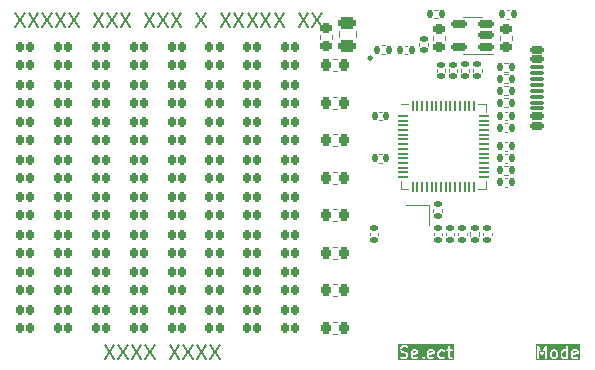
<source format=gto>
G04 #@! TF.GenerationSoftware,KiCad,Pcbnew,8.0.1*
G04 #@! TF.CreationDate,2024-05-08T20:32:46+02:00*
G04 #@! TF.ProjectId,TGL_Board,54474c5f-426f-4617-9264-2e6b69636164,rev?*
G04 #@! TF.SameCoordinates,Original*
G04 #@! TF.FileFunction,Legend,Top*
G04 #@! TF.FilePolarity,Positive*
%FSLAX46Y46*%
G04 Gerber Fmt 4.6, Leading zero omitted, Abs format (unit mm)*
G04 Created by KiCad (PCBNEW 8.0.1) date 2024-05-08 20:32:46*
%MOMM*%
%LPD*%
G01*
G04 APERTURE LIST*
G04 Aperture macros list*
%AMRoundRect*
0 Rectangle with rounded corners*
0 $1 Rounding radius*
0 $2 $3 $4 $5 $6 $7 $8 $9 X,Y pos of 4 corners*
0 Add a 4 corners polygon primitive as box body*
4,1,4,$2,$3,$4,$5,$6,$7,$8,$9,$2,$3,0*
0 Add four circle primitives for the rounded corners*
1,1,$1+$1,$2,$3*
1,1,$1+$1,$4,$5*
1,1,$1+$1,$6,$7*
1,1,$1+$1,$8,$9*
0 Add four rect primitives between the rounded corners*
20,1,$1+$1,$2,$3,$4,$5,0*
20,1,$1+$1,$4,$5,$6,$7,0*
20,1,$1+$1,$6,$7,$8,$9,0*
20,1,$1+$1,$8,$9,$2,$3,0*%
G04 Aperture macros list end*
%ADD10C,0.153000*%
%ADD11C,0.200000*%
%ADD12C,0.120000*%
%ADD13C,0.250000*%
%ADD14RoundRect,0.162500X-0.162500X0.237500X-0.162500X-0.237500X0.162500X-0.237500X0.162500X0.237500X0*%
%ADD15RoundRect,0.250000X-0.475000X0.250000X-0.475000X-0.250000X0.475000X-0.250000X0.475000X0.250000X0*%
%ADD16RoundRect,0.140000X0.170000X-0.140000X0.170000X0.140000X-0.170000X0.140000X-0.170000X-0.140000X0*%
%ADD17R,1.000000X0.700000*%
%ADD18RoundRect,0.140000X0.140000X0.170000X-0.140000X0.170000X-0.140000X-0.170000X0.140000X-0.170000X0*%
%ADD19RoundRect,0.140000X-0.170000X0.140000X-0.170000X-0.140000X0.170000X-0.140000X0.170000X0.140000X0*%
%ADD20RoundRect,0.225000X0.225000X0.250000X-0.225000X0.250000X-0.225000X-0.250000X0.225000X-0.250000X0*%
%ADD21RoundRect,0.135000X0.185000X-0.135000X0.185000X0.135000X-0.185000X0.135000X-0.185000X-0.135000X0*%
%ADD22RoundRect,0.135000X0.135000X0.185000X-0.135000X0.185000X-0.135000X-0.185000X0.135000X-0.185000X0*%
%ADD23RoundRect,0.135000X-0.135000X-0.185000X0.135000X-0.185000X0.135000X0.185000X-0.135000X0.185000X0*%
%ADD24RoundRect,0.140000X-0.140000X-0.170000X0.140000X-0.170000X0.140000X0.170000X-0.140000X0.170000X0*%
%ADD25RoundRect,0.150000X0.512500X0.150000X-0.512500X0.150000X-0.512500X-0.150000X0.512500X-0.150000X0*%
%ADD26R,1.400000X1.200000*%
%ADD27R,0.800000X0.300000*%
%ADD28R,0.250000X1.650000*%
%ADD29C,0.650000*%
%ADD30RoundRect,0.150000X0.425000X-0.150000X0.425000X0.150000X-0.425000X0.150000X-0.425000X-0.150000X0*%
%ADD31RoundRect,0.075000X0.500000X-0.075000X0.500000X0.075000X-0.500000X0.075000X-0.500000X-0.075000X0*%
%ADD32O,2.100000X1.000000*%
%ADD33O,1.800000X1.000000*%
%ADD34RoundRect,0.050000X-0.387500X-0.050000X0.387500X-0.050000X0.387500X0.050000X-0.387500X0.050000X0*%
%ADD35RoundRect,0.050000X-0.050000X-0.387500X0.050000X-0.387500X0.050000X0.387500X-0.050000X0.387500X0*%
%ADD36R,3.200000X3.200000*%
%ADD37RoundRect,0.225000X-0.250000X0.225000X-0.250000X-0.225000X0.250000X-0.225000X0.250000X0.225000X0*%
%ADD38C,0.990600*%
G04 APERTURE END LIST*
D10*
G36*
X160996998Y-48226806D02*
G01*
X161025638Y-48282393D01*
X161025858Y-48298875D01*
X160701184Y-48364802D01*
X160700893Y-48286573D01*
X160729143Y-48228320D01*
X160784534Y-48199781D01*
X160938992Y-48198676D01*
X160996998Y-48226806D01*
G37*
G36*
X162377951Y-48226806D02*
G01*
X162406591Y-48282393D01*
X162406811Y-48298875D01*
X162082137Y-48364802D01*
X162081846Y-48286573D01*
X162110096Y-48228320D01*
X162165487Y-48199781D01*
X162319945Y-48198676D01*
X162377951Y-48226806D01*
G37*
G36*
X164192827Y-48977674D02*
G01*
X159485741Y-48977674D01*
X159485741Y-47980539D01*
X159596852Y-47980539D01*
X159597974Y-48064645D01*
X159597453Y-48066209D01*
X159598120Y-48075601D01*
X159598322Y-48090701D01*
X159599374Y-48093241D01*
X159599569Y-48095983D01*
X159604928Y-48109989D01*
X159653656Y-48204566D01*
X159657364Y-48213516D01*
X159659793Y-48216476D01*
X159660536Y-48217918D01*
X159662062Y-48219242D01*
X159666877Y-48225109D01*
X159715976Y-48272484D01*
X159721687Y-48279069D01*
X159724890Y-48281085D01*
X159726088Y-48282241D01*
X159727953Y-48283013D01*
X159734378Y-48287058D01*
X159825548Y-48331271D01*
X159831152Y-48335423D01*
X159842389Y-48339438D01*
X159843622Y-48340036D01*
X159844171Y-48340075D01*
X159845274Y-48340469D01*
X160022513Y-48383470D01*
X160102230Y-48422128D01*
X160133227Y-48452038D01*
X160168495Y-48520488D01*
X160169288Y-48579947D01*
X160136522Y-48647514D01*
X160106613Y-48678510D01*
X160038402Y-48713655D01*
X159832251Y-48714853D01*
X159682920Y-48666545D01*
X159653146Y-48668661D01*
X159626449Y-48682010D01*
X159606892Y-48704559D01*
X159597453Y-48732876D01*
X159599569Y-48762650D01*
X159612918Y-48789347D01*
X159635467Y-48808904D01*
X159649161Y-48815018D01*
X159791769Y-48861151D01*
X159801285Y-48865093D01*
X159805122Y-48865470D01*
X159806640Y-48865962D01*
X159808654Y-48865818D01*
X159816209Y-48866563D01*
X160042593Y-48865247D01*
X160044736Y-48865962D01*
X160055871Y-48865170D01*
X160069228Y-48865093D01*
X160071768Y-48864040D01*
X160074510Y-48863846D01*
X160088516Y-48858487D01*
X160183089Y-48809760D01*
X160192044Y-48806051D01*
X160195004Y-48803621D01*
X160196445Y-48802879D01*
X160197769Y-48801352D01*
X160203636Y-48796537D01*
X160251006Y-48747441D01*
X160257596Y-48741727D01*
X160259614Y-48738520D01*
X160260768Y-48737325D01*
X160261539Y-48735462D01*
X160265585Y-48729036D01*
X160307152Y-48643321D01*
X160308387Y-48642087D01*
X160312111Y-48633095D01*
X160318563Y-48619792D01*
X160318757Y-48617050D01*
X160319810Y-48614510D01*
X160321280Y-48599586D01*
X160320157Y-48515479D01*
X160320679Y-48513916D01*
X160320011Y-48504523D01*
X160319810Y-48489424D01*
X160318757Y-48486883D01*
X160318563Y-48484142D01*
X160313204Y-48470136D01*
X160306338Y-48456809D01*
X160549233Y-48456809D01*
X160549953Y-48460413D01*
X160550603Y-48635328D01*
X160549834Y-48637637D01*
X160550654Y-48649188D01*
X160550703Y-48662129D01*
X160551755Y-48664669D01*
X160551950Y-48667411D01*
X160557309Y-48681417D01*
X160604364Y-48772746D01*
X160606892Y-48780329D01*
X160610289Y-48784246D01*
X160612917Y-48789346D01*
X160620161Y-48795629D01*
X160626449Y-48802879D01*
X160634003Y-48807634D01*
X160635467Y-48808904D01*
X160636642Y-48809295D01*
X160639140Y-48810868D01*
X160724854Y-48852435D01*
X160726089Y-48853670D01*
X160735080Y-48857394D01*
X160748384Y-48863846D01*
X160751125Y-48864040D01*
X160753666Y-48865093D01*
X160768590Y-48866563D01*
X160947460Y-48865282D01*
X160949498Y-48865962D01*
X160960352Y-48865190D01*
X160973990Y-48865093D01*
X160976530Y-48864040D01*
X160979272Y-48863846D01*
X160993278Y-48858487D01*
X161101207Y-48802879D01*
X161120764Y-48780329D01*
X161130203Y-48752012D01*
X161128087Y-48722238D01*
X161114738Y-48695541D01*
X161092189Y-48675984D01*
X161063872Y-48666545D01*
X161034098Y-48668661D01*
X161020092Y-48674020D01*
X160943121Y-48713677D01*
X160788663Y-48714782D01*
X160730657Y-48686652D01*
X160702174Y-48631368D01*
X160701758Y-48519352D01*
X161109681Y-48436521D01*
X161116847Y-48436521D01*
X161123737Y-48433666D01*
X161131271Y-48432137D01*
X161137498Y-48427966D01*
X161144424Y-48425098D01*
X161149779Y-48419742D01*
X161156073Y-48415528D01*
X161160230Y-48409291D01*
X161165530Y-48403992D01*
X161168428Y-48396994D01*
X161172630Y-48390692D01*
X161174084Y-48383341D01*
X161176953Y-48376415D01*
X161178423Y-48361491D01*
X161177300Y-48277384D01*
X161177822Y-48275821D01*
X161177154Y-48266428D01*
X161176953Y-48251329D01*
X161175900Y-48248788D01*
X161175706Y-48246047D01*
X161170347Y-48232041D01*
X161123290Y-48140709D01*
X161120764Y-48133130D01*
X161117367Y-48129213D01*
X161114739Y-48124112D01*
X161107492Y-48117826D01*
X161101207Y-48110580D01*
X161093653Y-48105824D01*
X161092189Y-48104555D01*
X161091013Y-48104163D01*
X161088516Y-48102591D01*
X161002801Y-48061023D01*
X161001567Y-48059789D01*
X160992575Y-48056064D01*
X160979272Y-48049613D01*
X160976530Y-48049418D01*
X160973990Y-48048366D01*
X160959066Y-48046896D01*
X160780195Y-48048176D01*
X160778158Y-48047497D01*
X160767303Y-48048268D01*
X160753666Y-48048366D01*
X160751125Y-48049418D01*
X160748384Y-48049613D01*
X160734378Y-48054972D01*
X160643046Y-48102028D01*
X160635467Y-48104555D01*
X160631550Y-48107951D01*
X160626449Y-48110580D01*
X160620163Y-48117826D01*
X160612917Y-48124112D01*
X160608161Y-48131665D01*
X160606892Y-48133130D01*
X160606500Y-48134305D01*
X160604928Y-48136803D01*
X160563360Y-48222517D01*
X160562126Y-48223752D01*
X160558401Y-48232743D01*
X160551950Y-48246047D01*
X160551755Y-48248788D01*
X160550703Y-48251329D01*
X160549233Y-48266253D01*
X160549927Y-48453298D01*
X160549233Y-48456809D01*
X160306338Y-48456809D01*
X160264475Y-48375559D01*
X160260768Y-48366608D01*
X160258338Y-48363647D01*
X160257596Y-48362207D01*
X160256069Y-48360882D01*
X160251254Y-48355016D01*
X160202160Y-48307646D01*
X160196445Y-48301056D01*
X160193238Y-48299037D01*
X160192043Y-48297884D01*
X160190180Y-48297112D01*
X160183754Y-48293067D01*
X160092583Y-48248853D01*
X160086980Y-48244702D01*
X160075742Y-48240686D01*
X160074510Y-48240089D01*
X160073960Y-48240049D01*
X160072858Y-48239656D01*
X159895618Y-48196654D01*
X159815899Y-48157995D01*
X159784905Y-48128088D01*
X159749636Y-48059636D01*
X159748843Y-48000177D01*
X159781608Y-47932612D01*
X159811518Y-47901615D01*
X159879729Y-47866470D01*
X160085880Y-47865272D01*
X160235211Y-47913581D01*
X160264985Y-47911465D01*
X160291682Y-47898116D01*
X160311240Y-47875567D01*
X160320679Y-47847250D01*
X160318562Y-47817476D01*
X160305214Y-47790779D01*
X160304388Y-47790063D01*
X161453995Y-47790063D01*
X161455419Y-48635166D01*
X161454596Y-48637637D01*
X161455443Y-48649566D01*
X161455465Y-48662129D01*
X161456517Y-48664669D01*
X161456712Y-48667411D01*
X161462071Y-48681417D01*
X161509126Y-48772746D01*
X161511654Y-48780329D01*
X161515051Y-48784246D01*
X161517679Y-48789346D01*
X161524923Y-48795629D01*
X161531211Y-48802879D01*
X161538765Y-48807634D01*
X161540229Y-48808904D01*
X161541404Y-48809295D01*
X161543902Y-48810868D01*
X161653146Y-48863846D01*
X161682920Y-48865962D01*
X161711237Y-48856523D01*
X161733786Y-48836966D01*
X161747135Y-48810269D01*
X161749251Y-48780495D01*
X161739812Y-48752178D01*
X161720255Y-48729628D01*
X161707564Y-48721639D01*
X161635419Y-48686652D01*
X161606968Y-48631431D01*
X161606674Y-48456809D01*
X161930186Y-48456809D01*
X161930906Y-48460413D01*
X161931556Y-48635328D01*
X161930787Y-48637637D01*
X161931607Y-48649188D01*
X161931656Y-48662129D01*
X161932708Y-48664669D01*
X161932903Y-48667411D01*
X161938262Y-48681417D01*
X161985317Y-48772746D01*
X161987845Y-48780329D01*
X161991242Y-48784246D01*
X161993870Y-48789346D01*
X162001114Y-48795629D01*
X162007402Y-48802879D01*
X162014956Y-48807634D01*
X162016420Y-48808904D01*
X162017595Y-48809295D01*
X162020093Y-48810868D01*
X162105807Y-48852435D01*
X162107042Y-48853670D01*
X162116033Y-48857394D01*
X162129337Y-48863846D01*
X162132078Y-48864040D01*
X162134619Y-48865093D01*
X162149543Y-48866563D01*
X162328413Y-48865282D01*
X162330451Y-48865962D01*
X162341305Y-48865190D01*
X162354943Y-48865093D01*
X162357483Y-48864040D01*
X162360225Y-48863846D01*
X162374231Y-48858487D01*
X162482160Y-48802879D01*
X162501717Y-48780329D01*
X162511156Y-48752012D01*
X162509040Y-48722238D01*
X162495691Y-48695541D01*
X162473142Y-48675984D01*
X162444825Y-48666545D01*
X162415051Y-48668661D01*
X162401045Y-48674020D01*
X162324074Y-48713677D01*
X162169616Y-48714782D01*
X162111610Y-48686652D01*
X162083127Y-48631368D01*
X162082711Y-48519352D01*
X162490634Y-48436521D01*
X162497800Y-48436521D01*
X162504690Y-48433666D01*
X162512224Y-48432137D01*
X162518451Y-48427966D01*
X162525377Y-48425098D01*
X162530732Y-48419742D01*
X162537026Y-48415528D01*
X162541183Y-48409291D01*
X162546483Y-48403992D01*
X162549381Y-48396994D01*
X162553583Y-48390692D01*
X162555037Y-48383341D01*
X162557906Y-48376415D01*
X162559376Y-48361491D01*
X162558740Y-48313872D01*
X162787329Y-48313872D01*
X162788668Y-48587802D01*
X162787930Y-48590018D01*
X162788734Y-48601339D01*
X162788799Y-48614510D01*
X162789851Y-48617050D01*
X162790046Y-48619792D01*
X162795405Y-48633798D01*
X162844131Y-48728369D01*
X162847840Y-48737325D01*
X162850271Y-48740287D01*
X162851013Y-48741727D01*
X162852539Y-48743050D01*
X162857354Y-48748917D01*
X162906451Y-48796292D01*
X162912164Y-48802879D01*
X162915367Y-48804895D01*
X162916565Y-48806051D01*
X162918430Y-48806823D01*
X162924855Y-48810868D01*
X163010569Y-48852435D01*
X163011804Y-48853670D01*
X163020795Y-48857394D01*
X163034099Y-48863846D01*
X163036840Y-48864040D01*
X163039381Y-48865093D01*
X163054305Y-48866563D01*
X163233175Y-48865282D01*
X163235213Y-48865962D01*
X163246067Y-48865190D01*
X163259705Y-48865093D01*
X163262245Y-48864040D01*
X163264987Y-48863846D01*
X163278993Y-48858487D01*
X163386922Y-48802879D01*
X163406479Y-48780329D01*
X163415918Y-48752012D01*
X163413802Y-48722238D01*
X163400453Y-48695541D01*
X163377904Y-48675984D01*
X163349587Y-48666545D01*
X163319813Y-48668661D01*
X163305807Y-48674020D01*
X163228836Y-48713677D01*
X163074378Y-48714782D01*
X163006377Y-48681805D01*
X162975381Y-48651897D01*
X162940251Y-48583712D01*
X162939030Y-48334107D01*
X162972085Y-48265945D01*
X163001995Y-48234948D01*
X163070249Y-48199781D01*
X163224707Y-48198676D01*
X163319813Y-48244798D01*
X163349587Y-48246914D01*
X163377904Y-48237475D01*
X163400453Y-48217918D01*
X163413802Y-48191221D01*
X163415918Y-48161447D01*
X163408209Y-48138320D01*
X163550704Y-48138320D01*
X163562127Y-48165897D01*
X163583233Y-48187003D01*
X163610810Y-48198426D01*
X163625734Y-48199896D01*
X163692781Y-48199647D01*
X163693515Y-48635166D01*
X163692692Y-48637637D01*
X163693539Y-48649566D01*
X163693561Y-48662129D01*
X163694613Y-48664669D01*
X163694808Y-48667411D01*
X163700167Y-48681417D01*
X163747222Y-48772746D01*
X163749750Y-48780329D01*
X163753147Y-48784246D01*
X163755775Y-48789346D01*
X163763019Y-48795629D01*
X163769307Y-48802879D01*
X163776861Y-48807634D01*
X163778325Y-48808904D01*
X163779500Y-48809295D01*
X163781998Y-48810868D01*
X163867712Y-48852435D01*
X163868947Y-48853670D01*
X163877938Y-48857394D01*
X163891242Y-48863846D01*
X163893983Y-48864040D01*
X163896524Y-48865093D01*
X163911448Y-48866563D01*
X164021610Y-48865093D01*
X164049187Y-48853670D01*
X164070293Y-48832564D01*
X164081716Y-48804987D01*
X164081716Y-48775139D01*
X164070293Y-48747562D01*
X164049187Y-48726456D01*
X164021610Y-48715033D01*
X164006686Y-48713563D01*
X163931086Y-48714571D01*
X163873515Y-48686652D01*
X163845064Y-48631431D01*
X163844335Y-48199084D01*
X164021610Y-48198426D01*
X164049187Y-48187003D01*
X164070293Y-48165897D01*
X164081716Y-48138320D01*
X164081716Y-48108472D01*
X164070293Y-48080895D01*
X164049187Y-48059789D01*
X164021610Y-48048366D01*
X164006686Y-48046896D01*
X163844080Y-48047499D01*
X163843621Y-47775139D01*
X163832198Y-47747562D01*
X163811092Y-47726456D01*
X163783515Y-47715033D01*
X163753667Y-47715033D01*
X163726090Y-47726456D01*
X163704984Y-47747562D01*
X163693561Y-47775139D01*
X163692091Y-47790063D01*
X163692525Y-48048062D01*
X163610810Y-48048366D01*
X163583233Y-48059789D01*
X163562127Y-48080895D01*
X163550704Y-48108472D01*
X163550704Y-48138320D01*
X163408209Y-48138320D01*
X163406479Y-48133130D01*
X163386922Y-48110580D01*
X163374231Y-48102591D01*
X163288516Y-48061023D01*
X163287282Y-48059789D01*
X163278290Y-48056064D01*
X163264987Y-48049613D01*
X163262245Y-48049418D01*
X163259705Y-48048366D01*
X163244781Y-48046896D01*
X163065910Y-48048176D01*
X163063873Y-48047497D01*
X163053018Y-48048268D01*
X163039381Y-48048366D01*
X163036840Y-48049418D01*
X163034099Y-48049613D01*
X163020093Y-48054972D01*
X162925516Y-48103700D01*
X162916565Y-48107408D01*
X162913604Y-48109837D01*
X162912164Y-48110580D01*
X162910839Y-48112106D01*
X162904973Y-48116922D01*
X162857603Y-48166015D01*
X162851013Y-48171731D01*
X162848994Y-48174937D01*
X162847841Y-48176133D01*
X162847069Y-48177995D01*
X162843024Y-48184422D01*
X162801456Y-48270136D01*
X162800222Y-48271371D01*
X162796497Y-48280362D01*
X162790046Y-48293666D01*
X162789851Y-48296407D01*
X162788799Y-48298948D01*
X162787329Y-48313872D01*
X162558740Y-48313872D01*
X162558253Y-48277384D01*
X162558775Y-48275821D01*
X162558107Y-48266428D01*
X162557906Y-48251329D01*
X162556853Y-48248788D01*
X162556659Y-48246047D01*
X162551300Y-48232041D01*
X162504243Y-48140709D01*
X162501717Y-48133130D01*
X162498320Y-48129213D01*
X162495692Y-48124112D01*
X162488445Y-48117826D01*
X162482160Y-48110580D01*
X162474606Y-48105824D01*
X162473142Y-48104555D01*
X162471966Y-48104163D01*
X162469469Y-48102591D01*
X162383754Y-48061023D01*
X162382520Y-48059789D01*
X162373528Y-48056064D01*
X162360225Y-48049613D01*
X162357483Y-48049418D01*
X162354943Y-48048366D01*
X162340019Y-48046896D01*
X162161148Y-48048176D01*
X162159111Y-48047497D01*
X162148256Y-48048268D01*
X162134619Y-48048366D01*
X162132078Y-48049418D01*
X162129337Y-48049613D01*
X162115331Y-48054972D01*
X162023999Y-48102028D01*
X162016420Y-48104555D01*
X162012503Y-48107951D01*
X162007402Y-48110580D01*
X162001116Y-48117826D01*
X161993870Y-48124112D01*
X161989114Y-48131665D01*
X161987845Y-48133130D01*
X161987453Y-48134305D01*
X161985881Y-48136803D01*
X161944313Y-48222517D01*
X161943079Y-48223752D01*
X161939354Y-48232743D01*
X161932903Y-48246047D01*
X161932708Y-48248788D01*
X161931656Y-48251329D01*
X161930186Y-48266253D01*
X161930880Y-48453298D01*
X161930186Y-48456809D01*
X161606674Y-48456809D01*
X161605525Y-47775139D01*
X161594102Y-47747562D01*
X161572996Y-47726456D01*
X161545419Y-47715033D01*
X161515571Y-47715033D01*
X161487994Y-47726456D01*
X161466888Y-47747562D01*
X161455465Y-47775139D01*
X161453995Y-47790063D01*
X160304388Y-47790063D01*
X160282664Y-47771222D01*
X160268971Y-47765108D01*
X160126366Y-47718976D01*
X160116847Y-47715033D01*
X160113008Y-47714654D01*
X160111491Y-47714164D01*
X160109477Y-47714307D01*
X160101923Y-47713563D01*
X159875538Y-47714878D01*
X159873396Y-47714164D01*
X159862260Y-47714955D01*
X159848904Y-47715033D01*
X159846363Y-47716085D01*
X159843622Y-47716280D01*
X159829616Y-47721639D01*
X159735039Y-47770367D01*
X159726088Y-47774075D01*
X159723127Y-47776504D01*
X159721687Y-47777247D01*
X159720362Y-47778773D01*
X159714496Y-47783589D01*
X159667126Y-47832682D01*
X159660536Y-47838398D01*
X159658517Y-47841604D01*
X159657364Y-47842800D01*
X159656592Y-47844662D01*
X159652547Y-47851089D01*
X159610979Y-47936803D01*
X159609745Y-47938038D01*
X159606020Y-47947029D01*
X159599569Y-47960333D01*
X159599374Y-47963074D01*
X159598322Y-47965615D01*
X159596852Y-47980539D01*
X159485741Y-47980539D01*
X159485741Y-47602452D01*
X164192827Y-47602452D01*
X164192827Y-48977674D01*
G37*
G36*
X172778230Y-48231652D02*
G01*
X172809227Y-48261562D01*
X172844357Y-48329745D01*
X172845578Y-48579350D01*
X172812522Y-48647514D01*
X172782613Y-48678510D01*
X172714291Y-48713712D01*
X172607367Y-48714708D01*
X172539519Y-48681805D01*
X172508523Y-48651897D01*
X172473393Y-48583712D01*
X172472172Y-48334107D01*
X172505227Y-48265945D01*
X172535137Y-48234948D01*
X172603459Y-48199746D01*
X172710383Y-48198750D01*
X172778230Y-48231652D01*
G37*
G36*
X173702042Y-48217798D02*
G01*
X173702733Y-48695132D01*
X173666740Y-48713677D01*
X173512282Y-48714782D01*
X173444281Y-48681805D01*
X173413285Y-48651897D01*
X173378155Y-48583712D01*
X173376934Y-48334107D01*
X173409989Y-48265945D01*
X173439899Y-48234948D01*
X173508153Y-48199781D01*
X173662611Y-48198676D01*
X173702042Y-48217798D01*
G37*
G36*
X174577760Y-48226806D02*
G01*
X174606400Y-48282393D01*
X174606620Y-48298875D01*
X174281946Y-48364802D01*
X174281655Y-48286573D01*
X174309905Y-48228320D01*
X174365296Y-48199781D01*
X174519754Y-48198676D01*
X174577760Y-48226806D01*
G37*
G36*
X174870296Y-48977674D02*
G01*
X171114122Y-48977674D01*
X171114122Y-47790063D01*
X171225233Y-47790063D01*
X171226703Y-48804987D01*
X171238126Y-48832564D01*
X171259232Y-48853670D01*
X171286809Y-48865093D01*
X171316657Y-48865093D01*
X171344234Y-48853670D01*
X171365340Y-48832564D01*
X171376763Y-48804987D01*
X171378233Y-48790063D01*
X171377278Y-48131370D01*
X171565809Y-48533442D01*
X171569654Y-48544015D01*
X171571934Y-48546505D01*
X171573386Y-48549601D01*
X171581958Y-48557451D01*
X171589813Y-48566028D01*
X171592895Y-48567466D01*
X171595400Y-48569760D01*
X171606321Y-48573731D01*
X171616861Y-48578650D01*
X171620256Y-48578799D01*
X171623451Y-48579961D01*
X171635066Y-48579450D01*
X171646681Y-48579961D01*
X171649875Y-48578799D01*
X171653271Y-48578650D01*
X171663808Y-48573732D01*
X171674733Y-48569760D01*
X171677238Y-48567465D01*
X171680319Y-48566028D01*
X171688171Y-48557453D01*
X171696746Y-48549601D01*
X171699280Y-48545322D01*
X171700478Y-48544015D01*
X171701150Y-48542166D01*
X171704389Y-48536699D01*
X171892394Y-48131898D01*
X171893369Y-48804987D01*
X171904792Y-48832564D01*
X171925898Y-48853670D01*
X171953475Y-48865093D01*
X171983323Y-48865093D01*
X172010900Y-48853670D01*
X172032006Y-48832564D01*
X172043429Y-48804987D01*
X172044899Y-48790063D01*
X172044209Y-48313872D01*
X172320471Y-48313872D01*
X172321810Y-48587802D01*
X172321072Y-48590018D01*
X172321876Y-48601339D01*
X172321941Y-48614510D01*
X172322993Y-48617050D01*
X172323188Y-48619792D01*
X172328547Y-48633798D01*
X172377273Y-48728369D01*
X172380982Y-48737325D01*
X172383413Y-48740287D01*
X172384155Y-48741727D01*
X172385681Y-48743050D01*
X172390496Y-48748917D01*
X172439593Y-48796292D01*
X172445306Y-48802879D01*
X172448509Y-48804895D01*
X172449707Y-48806051D01*
X172451572Y-48806823D01*
X172457997Y-48810868D01*
X172543711Y-48852435D01*
X172544946Y-48853670D01*
X172553937Y-48857394D01*
X172567241Y-48863846D01*
X172569982Y-48864040D01*
X172572523Y-48865093D01*
X172587447Y-48866563D01*
X172718865Y-48865338D01*
X172720736Y-48865962D01*
X172731113Y-48865224D01*
X172745228Y-48865093D01*
X172747768Y-48864040D01*
X172750510Y-48863846D01*
X172764516Y-48858487D01*
X172859089Y-48809760D01*
X172868044Y-48806051D01*
X172871004Y-48803621D01*
X172872445Y-48802879D01*
X172873769Y-48801352D01*
X172879636Y-48796537D01*
X172927006Y-48747441D01*
X172933596Y-48741727D01*
X172935614Y-48738520D01*
X172936768Y-48737325D01*
X172937539Y-48735462D01*
X172941585Y-48729036D01*
X172983152Y-48643321D01*
X172984387Y-48642087D01*
X172988111Y-48633095D01*
X172994563Y-48619792D01*
X172994757Y-48617050D01*
X172995810Y-48614510D01*
X172997280Y-48599586D01*
X172995940Y-48325655D01*
X172996679Y-48323440D01*
X172995999Y-48313872D01*
X173225233Y-48313872D01*
X173226572Y-48587802D01*
X173225834Y-48590018D01*
X173226638Y-48601339D01*
X173226703Y-48614510D01*
X173227755Y-48617050D01*
X173227950Y-48619792D01*
X173233309Y-48633798D01*
X173282035Y-48728369D01*
X173285744Y-48737325D01*
X173288175Y-48740287D01*
X173288917Y-48741727D01*
X173290443Y-48743050D01*
X173295258Y-48748917D01*
X173344355Y-48796292D01*
X173350068Y-48802879D01*
X173353271Y-48804895D01*
X173354469Y-48806051D01*
X173356334Y-48806823D01*
X173362759Y-48810868D01*
X173448473Y-48852435D01*
X173449708Y-48853670D01*
X173458699Y-48857394D01*
X173472003Y-48863846D01*
X173474744Y-48864040D01*
X173477285Y-48865093D01*
X173492209Y-48866563D01*
X173671079Y-48865282D01*
X173673117Y-48865962D01*
X173683971Y-48865190D01*
X173697609Y-48865093D01*
X173700149Y-48864040D01*
X173702891Y-48863846D01*
X173716897Y-48858487D01*
X173732301Y-48850549D01*
X173735422Y-48853670D01*
X173762999Y-48865093D01*
X173792847Y-48865093D01*
X173820424Y-48853670D01*
X173841530Y-48832564D01*
X173852953Y-48804987D01*
X173854423Y-48790063D01*
X173853940Y-48456809D01*
X174129995Y-48456809D01*
X174130715Y-48460413D01*
X174131365Y-48635328D01*
X174130596Y-48637637D01*
X174131416Y-48649188D01*
X174131465Y-48662129D01*
X174132517Y-48664669D01*
X174132712Y-48667411D01*
X174138071Y-48681417D01*
X174185126Y-48772746D01*
X174187654Y-48780329D01*
X174191051Y-48784246D01*
X174193679Y-48789346D01*
X174200923Y-48795629D01*
X174207211Y-48802879D01*
X174214765Y-48807634D01*
X174216229Y-48808904D01*
X174217404Y-48809295D01*
X174219902Y-48810868D01*
X174305616Y-48852435D01*
X174306851Y-48853670D01*
X174315842Y-48857394D01*
X174329146Y-48863846D01*
X174331887Y-48864040D01*
X174334428Y-48865093D01*
X174349352Y-48866563D01*
X174528222Y-48865282D01*
X174530260Y-48865962D01*
X174541114Y-48865190D01*
X174554752Y-48865093D01*
X174557292Y-48864040D01*
X174560034Y-48863846D01*
X174574040Y-48858487D01*
X174681969Y-48802879D01*
X174701526Y-48780329D01*
X174710965Y-48752012D01*
X174708849Y-48722238D01*
X174695500Y-48695541D01*
X174672951Y-48675984D01*
X174644634Y-48666545D01*
X174614860Y-48668661D01*
X174600854Y-48674020D01*
X174523883Y-48713677D01*
X174369425Y-48714782D01*
X174311419Y-48686652D01*
X174282936Y-48631368D01*
X174282520Y-48519352D01*
X174690443Y-48436521D01*
X174697609Y-48436521D01*
X174704499Y-48433666D01*
X174712033Y-48432137D01*
X174718260Y-48427966D01*
X174725186Y-48425098D01*
X174730541Y-48419742D01*
X174736835Y-48415528D01*
X174740992Y-48409291D01*
X174746292Y-48403992D01*
X174749190Y-48396994D01*
X174753392Y-48390692D01*
X174754846Y-48383341D01*
X174757715Y-48376415D01*
X174759185Y-48361491D01*
X174758062Y-48277384D01*
X174758584Y-48275821D01*
X174757916Y-48266428D01*
X174757715Y-48251329D01*
X174756662Y-48248788D01*
X174756468Y-48246047D01*
X174751109Y-48232041D01*
X174704052Y-48140709D01*
X174701526Y-48133130D01*
X174698129Y-48129213D01*
X174695501Y-48124112D01*
X174688254Y-48117826D01*
X174681969Y-48110580D01*
X174674415Y-48105824D01*
X174672951Y-48104555D01*
X174671775Y-48104163D01*
X174669278Y-48102591D01*
X174583563Y-48061023D01*
X174582329Y-48059789D01*
X174573337Y-48056064D01*
X174560034Y-48049613D01*
X174557292Y-48049418D01*
X174554752Y-48048366D01*
X174539828Y-48046896D01*
X174360957Y-48048176D01*
X174358920Y-48047497D01*
X174348065Y-48048268D01*
X174334428Y-48048366D01*
X174331887Y-48049418D01*
X174329146Y-48049613D01*
X174315140Y-48054972D01*
X174223808Y-48102028D01*
X174216229Y-48104555D01*
X174212312Y-48107951D01*
X174207211Y-48110580D01*
X174200925Y-48117826D01*
X174193679Y-48124112D01*
X174188923Y-48131665D01*
X174187654Y-48133130D01*
X174187262Y-48134305D01*
X174185690Y-48136803D01*
X174144122Y-48222517D01*
X174142888Y-48223752D01*
X174139163Y-48232743D01*
X174132712Y-48246047D01*
X174132517Y-48248788D01*
X174131465Y-48251329D01*
X174129995Y-48266253D01*
X174130689Y-48453298D01*
X174129995Y-48456809D01*
X173853940Y-48456809D01*
X173853518Y-48165714D01*
X173853822Y-48161447D01*
X173853511Y-48160514D01*
X173852953Y-47775139D01*
X173841530Y-47747562D01*
X173820424Y-47726456D01*
X173792847Y-47715033D01*
X173762999Y-47715033D01*
X173735422Y-47726456D01*
X173714316Y-47747562D01*
X173702893Y-47775139D01*
X173701423Y-47790063D01*
X173701798Y-48049535D01*
X173700149Y-48049418D01*
X173697609Y-48048366D01*
X173682685Y-48046896D01*
X173503814Y-48048176D01*
X173501777Y-48047497D01*
X173490922Y-48048268D01*
X173477285Y-48048366D01*
X173474744Y-48049418D01*
X173472003Y-48049613D01*
X173457997Y-48054972D01*
X173363420Y-48103700D01*
X173354469Y-48107408D01*
X173351508Y-48109837D01*
X173350068Y-48110580D01*
X173348743Y-48112106D01*
X173342877Y-48116922D01*
X173295507Y-48166015D01*
X173288917Y-48171731D01*
X173286898Y-48174937D01*
X173285745Y-48176133D01*
X173284973Y-48177995D01*
X173280928Y-48184422D01*
X173239360Y-48270136D01*
X173238126Y-48271371D01*
X173234401Y-48280362D01*
X173227950Y-48293666D01*
X173227755Y-48296407D01*
X173226703Y-48298948D01*
X173225233Y-48313872D01*
X172995999Y-48313872D01*
X172995874Y-48312118D01*
X172995810Y-48298948D01*
X172994757Y-48296407D01*
X172994563Y-48293666D01*
X172989204Y-48279660D01*
X172940475Y-48185083D01*
X172936768Y-48176132D01*
X172934338Y-48173171D01*
X172933596Y-48171731D01*
X172932069Y-48170406D01*
X172927254Y-48164540D01*
X172878160Y-48117170D01*
X172872445Y-48110580D01*
X172869238Y-48108561D01*
X172868043Y-48107408D01*
X172866180Y-48106636D01*
X172859754Y-48102591D01*
X172774039Y-48061023D01*
X172772805Y-48059789D01*
X172763813Y-48056064D01*
X172750510Y-48049613D01*
X172747768Y-48049418D01*
X172745228Y-48048366D01*
X172730304Y-48046896D01*
X172598885Y-48048120D01*
X172597015Y-48047497D01*
X172586637Y-48048234D01*
X172572523Y-48048366D01*
X172569982Y-48049418D01*
X172567241Y-48049613D01*
X172553235Y-48054972D01*
X172458658Y-48103700D01*
X172449707Y-48107408D01*
X172446746Y-48109837D01*
X172445306Y-48110580D01*
X172443981Y-48112106D01*
X172438115Y-48116922D01*
X172390745Y-48166015D01*
X172384155Y-48171731D01*
X172382136Y-48174937D01*
X172380983Y-48176133D01*
X172380211Y-48177995D01*
X172376166Y-48184422D01*
X172334598Y-48270136D01*
X172333364Y-48271371D01*
X172329639Y-48280362D01*
X172323188Y-48293666D01*
X172322993Y-48296407D01*
X172321941Y-48298948D01*
X172320471Y-48313872D01*
X172044209Y-48313872D01*
X172043452Y-47791180D01*
X172044012Y-47778448D01*
X172043431Y-47776851D01*
X172043429Y-47775139D01*
X172038348Y-47762874D01*
X172033811Y-47750396D01*
X172032658Y-47749137D01*
X172032006Y-47747562D01*
X172022622Y-47738178D01*
X172013652Y-47728383D01*
X172012105Y-47727661D01*
X172010900Y-47726456D01*
X171998640Y-47721377D01*
X171986604Y-47715761D01*
X171984899Y-47715686D01*
X171983323Y-47715033D01*
X171970045Y-47715033D01*
X171956784Y-47714450D01*
X171955181Y-47715033D01*
X171953475Y-47715033D01*
X171941206Y-47720115D01*
X171928733Y-47724651D01*
X171927475Y-47725802D01*
X171925898Y-47726456D01*
X171916509Y-47735844D01*
X171906719Y-47744810D01*
X171905520Y-47746833D01*
X171904792Y-47747562D01*
X171904102Y-47749227D01*
X171899076Y-47757712D01*
X171635533Y-48325153D01*
X171370162Y-47759205D01*
X171365340Y-47747562D01*
X171364141Y-47746363D01*
X171363413Y-47744810D01*
X171353617Y-47735839D01*
X171344234Y-47726456D01*
X171342658Y-47725803D01*
X171341400Y-47724651D01*
X171328921Y-47720113D01*
X171316657Y-47715033D01*
X171314951Y-47715033D01*
X171313348Y-47714450D01*
X171300087Y-47715033D01*
X171286809Y-47715033D01*
X171285232Y-47715686D01*
X171283528Y-47715761D01*
X171271491Y-47721377D01*
X171259232Y-47726456D01*
X171258026Y-47727661D01*
X171256480Y-47728383D01*
X171247509Y-47738178D01*
X171238126Y-47747562D01*
X171237473Y-47749137D01*
X171236321Y-47750396D01*
X171231783Y-47762874D01*
X171226703Y-47775139D01*
X171226472Y-47777478D01*
X171226120Y-47778448D01*
X171226199Y-47780252D01*
X171225233Y-47790063D01*
X171114122Y-47790063D01*
X171114122Y-47603339D01*
X174870296Y-47603339D01*
X174870296Y-48977674D01*
G37*
D11*
X134627863Y-47671342D02*
X135427863Y-48871342D01*
X135427863Y-47671342D02*
X134627863Y-48871342D01*
X135770720Y-47671342D02*
X136570720Y-48871342D01*
X136570720Y-47671342D02*
X135770720Y-48871342D01*
X136913577Y-47671342D02*
X137713577Y-48871342D01*
X137713577Y-47671342D02*
X136913577Y-48871342D01*
X138056434Y-47671342D02*
X138856434Y-48871342D01*
X138856434Y-47671342D02*
X138056434Y-48871342D01*
X140113577Y-47671342D02*
X140913577Y-48871342D01*
X140913577Y-47671342D02*
X140113577Y-48871342D01*
X141256434Y-47671342D02*
X142056434Y-48871342D01*
X142056434Y-47671342D02*
X141256434Y-48871342D01*
X142399291Y-47671342D02*
X143199291Y-48871342D01*
X143199291Y-47671342D02*
X142399291Y-48871342D01*
X143542148Y-47671342D02*
X144342148Y-48871342D01*
X144342148Y-47671342D02*
X143542148Y-48871342D01*
X127056435Y-19591142D02*
X127856435Y-20791142D01*
X127856435Y-19591142D02*
X127056435Y-20791142D01*
X128199292Y-19591142D02*
X128999292Y-20791142D01*
X128999292Y-19591142D02*
X128199292Y-20791142D01*
X129342149Y-19591142D02*
X130142149Y-20791142D01*
X130142149Y-19591142D02*
X129342149Y-20791142D01*
X130485006Y-19591142D02*
X131285006Y-20791142D01*
X131285006Y-19591142D02*
X130485006Y-20791142D01*
X131627863Y-19591142D02*
X132427863Y-20791142D01*
X132427863Y-19591142D02*
X131627863Y-20791142D01*
X133685006Y-19591142D02*
X134485006Y-20791142D01*
X134485006Y-19591142D02*
X133685006Y-20791142D01*
X134827863Y-19591142D02*
X135627863Y-20791142D01*
X135627863Y-19591142D02*
X134827863Y-20791142D01*
X135970720Y-19591142D02*
X136770720Y-20791142D01*
X136770720Y-19591142D02*
X135970720Y-20791142D01*
X138027863Y-19591142D02*
X138827863Y-20791142D01*
X138827863Y-19591142D02*
X138027863Y-20791142D01*
X139170720Y-19591142D02*
X139970720Y-20791142D01*
X139970720Y-19591142D02*
X139170720Y-20791142D01*
X140313577Y-19591142D02*
X141113577Y-20791142D01*
X141113577Y-19591142D02*
X140313577Y-20791142D01*
X142370720Y-19591142D02*
X143170720Y-20791142D01*
X143170720Y-19591142D02*
X142370720Y-20791142D01*
X144427863Y-19591142D02*
X145227863Y-20791142D01*
X145227863Y-19591142D02*
X144427863Y-20791142D01*
X145570720Y-19591142D02*
X146370720Y-20791142D01*
X146370720Y-19591142D02*
X145570720Y-20791142D01*
X146713577Y-19591142D02*
X147513577Y-20791142D01*
X147513577Y-19591142D02*
X146713577Y-20791142D01*
X147856434Y-19591142D02*
X148656434Y-20791142D01*
X148656434Y-19591142D02*
X147856434Y-20791142D01*
X148999291Y-19591142D02*
X149799291Y-20791142D01*
X149799291Y-19591142D02*
X148999291Y-20791142D01*
X151056434Y-19591142D02*
X151856434Y-20791142D01*
X151856434Y-19591142D02*
X151056434Y-20791142D01*
X152199291Y-19591142D02*
X152999291Y-20791142D01*
X152999291Y-19591142D02*
X152199291Y-20791142D01*
D12*
X154433600Y-21125548D02*
X154433600Y-21648052D01*
X155903600Y-21125548D02*
X155903600Y-21648052D01*
X164542000Y-38395236D02*
X164542000Y-38179564D01*
X165262000Y-38395236D02*
X165262000Y-38179564D01*
X168865436Y-19325000D02*
X168649764Y-19325000D01*
X168865436Y-20045000D02*
X168649764Y-20045000D01*
X161257600Y-22143764D02*
X161257600Y-22359436D01*
X161977600Y-22143764D02*
X161977600Y-22359436D01*
X154261780Y-45696700D02*
X153980620Y-45696700D01*
X154261780Y-46716700D02*
X153980620Y-46716700D01*
X164745400Y-24587041D02*
X164745400Y-24279759D01*
X165505400Y-24587041D02*
X165505400Y-24279759D01*
X165583600Y-38441041D02*
X165583600Y-38133759D01*
X166343600Y-38441041D02*
X166343600Y-38133759D01*
X168756241Y-32513000D02*
X168448959Y-32513000D01*
X168756241Y-33273000D02*
X168448959Y-33273000D01*
X162533359Y-19279600D02*
X162840641Y-19279600D01*
X162533359Y-20039600D02*
X162840641Y-20039600D01*
X154261780Y-23471700D02*
X153980620Y-23471700D01*
X154261780Y-24491700D02*
X153980620Y-24491700D01*
X162456800Y-36446241D02*
X162456800Y-36138959D01*
X163216800Y-36446241D02*
X163216800Y-36138959D01*
X157066600Y-38384236D02*
X157066600Y-38168564D01*
X157786600Y-38384236D02*
X157786600Y-38168564D01*
X157852164Y-31517000D02*
X158067836Y-31517000D01*
X157852164Y-32237000D02*
X158067836Y-32237000D01*
X165732400Y-19901600D02*
X164932400Y-19901600D01*
X165732400Y-19901600D02*
X166532400Y-19901600D01*
X165732400Y-23021600D02*
X164932400Y-23021600D01*
X165732400Y-23021600D02*
X167532400Y-23021600D01*
X162119000Y-35836400D02*
X160119000Y-35836400D01*
X162119000Y-37486400D02*
X162119000Y-35836400D01*
X168448959Y-24780000D02*
X168756241Y-24780000D01*
X168448959Y-25540000D02*
X168756241Y-25540000D01*
X163500600Y-38395236D02*
X163500600Y-38179564D01*
X164220600Y-38395236D02*
X164220600Y-38179564D01*
X163746800Y-24325564D02*
X163746800Y-24541236D01*
X164466800Y-24325564D02*
X164466800Y-24541236D01*
X168494764Y-28926200D02*
X168710436Y-28926200D01*
X168494764Y-29646200D02*
X168710436Y-29646200D01*
D13*
X157228300Y-23392000D02*
G75*
G02*
X156978300Y-23392000I-125000J0D01*
G01*
X156978300Y-23392000D02*
G75*
G02*
X157228300Y-23392000I125000J0D01*
G01*
D12*
X162476800Y-38168564D02*
X162476800Y-38384236D01*
X163196800Y-38168564D02*
X163196800Y-38384236D01*
X162730300Y-24325564D02*
X162730300Y-24541236D01*
X163450300Y-24325564D02*
X163450300Y-24541236D01*
X154261780Y-39346700D02*
X153980620Y-39346700D01*
X154261780Y-40366700D02*
X153980620Y-40366700D01*
X168756241Y-23780000D02*
X168448959Y-23780000D01*
X168756241Y-24540000D02*
X168448959Y-24540000D01*
X159680300Y-34487000D02*
X159680300Y-33837000D01*
X160330300Y-27267000D02*
X159680300Y-27267000D01*
X160330300Y-34487000D02*
X159680300Y-34487000D01*
X166250300Y-27267000D02*
X166900300Y-27267000D01*
X166250300Y-34487000D02*
X166900300Y-34487000D01*
X166900300Y-27267000D02*
X166900300Y-27917000D01*
X166900300Y-34487000D02*
X166900300Y-33837000D01*
X154261780Y-36171700D02*
X153980620Y-36171700D01*
X154261780Y-37191700D02*
X153980620Y-37191700D01*
X168448959Y-25782000D02*
X168756241Y-25782000D01*
X168448959Y-26542000D02*
X168756241Y-26542000D01*
X154261780Y-42521700D02*
X153980620Y-42521700D01*
X154261780Y-43541700D02*
X153980620Y-43541700D01*
X168756241Y-26780000D02*
X168448959Y-26780000D01*
X168756241Y-27540000D02*
X168448959Y-27540000D01*
X168710436Y-33549000D02*
X168494764Y-33549000D01*
X168710436Y-34269000D02*
X168494764Y-34269000D01*
X168710436Y-27917000D02*
X168494764Y-27917000D01*
X168710436Y-28637000D02*
X168494764Y-28637000D01*
X154261780Y-32996700D02*
X153980620Y-32996700D01*
X154261780Y-34016700D02*
X153980620Y-34016700D01*
X154261780Y-26646700D02*
X153980620Y-26646700D01*
X154261780Y-27666700D02*
X153980620Y-27666700D01*
X168710436Y-31517000D02*
X168494764Y-31517000D01*
X168710436Y-32237000D02*
X168494764Y-32237000D01*
X162377600Y-21541020D02*
X162377600Y-21822180D01*
X163397600Y-21541020D02*
X163397600Y-21822180D01*
X166667800Y-38395236D02*
X166667800Y-38179564D01*
X167387800Y-38395236D02*
X167387800Y-38179564D01*
X160242136Y-22346200D02*
X160026464Y-22346200D01*
X160242136Y-23066200D02*
X160026464Y-23066200D01*
X157852164Y-27917000D02*
X158067836Y-27917000D01*
X157852164Y-28637000D02*
X158067836Y-28637000D01*
X152855200Y-21466220D02*
X152855200Y-21747380D01*
X153875200Y-21466220D02*
X153875200Y-21747380D01*
X165786800Y-24587041D02*
X165786800Y-24279759D01*
X166546800Y-24587041D02*
X166546800Y-24279759D01*
X168069800Y-21551020D02*
X168069800Y-21832180D01*
X169089800Y-21551020D02*
X169089800Y-21832180D01*
X154261780Y-29821700D02*
X153980620Y-29821700D01*
X154261780Y-30841700D02*
X153980620Y-30841700D01*
X158060359Y-22326200D02*
X158367641Y-22326200D01*
X158060359Y-23086200D02*
X158367641Y-23086200D01*
X168710436Y-30501000D02*
X168494764Y-30501000D01*
X168710436Y-31221000D02*
X168494764Y-31221000D01*
%LPC*%
D14*
X134706800Y-43031700D03*
X134706800Y-41531700D03*
X133856800Y-41531700D03*
X133856800Y-43031700D03*
X102588800Y-33506700D03*
X102588800Y-32006700D03*
X101738800Y-32006700D03*
X101738800Y-33506700D03*
D15*
X155168600Y-20436800D03*
X155168600Y-22336800D03*
D14*
X109012400Y-39856700D03*
X109012400Y-38356700D03*
X108162400Y-38356700D03*
X108162400Y-39856700D03*
X147554000Y-39856700D03*
X147554000Y-38356700D03*
X146704000Y-38356700D03*
X146704000Y-39856700D03*
X128283200Y-46206700D03*
X128283200Y-44706700D03*
X127433200Y-44706700D03*
X127433200Y-46206700D03*
X121859600Y-43031700D03*
X121859600Y-41531700D03*
X121009600Y-41531700D03*
X121009600Y-43031700D03*
X121859600Y-36681700D03*
X121859600Y-35181700D03*
X121009600Y-35181700D03*
X121009600Y-36681700D03*
X121859600Y-27156700D03*
X121859600Y-25656700D03*
X121009600Y-25656700D03*
X121009600Y-27156700D03*
X147554000Y-46206700D03*
X147554000Y-44706700D03*
X146704000Y-44706700D03*
X146704000Y-46206700D03*
D16*
X164902000Y-38767400D03*
X164902000Y-37807400D03*
D14*
X137918600Y-46206700D03*
X137918600Y-44706700D03*
X137068600Y-44706700D03*
X137068600Y-46206700D03*
X141130400Y-33506700D03*
X141130400Y-32006700D03*
X140280400Y-32006700D03*
X140280400Y-33506700D03*
X150765800Y-30331700D03*
X150765800Y-28831700D03*
X149915800Y-28831700D03*
X149915800Y-30331700D03*
X147554000Y-23981700D03*
X147554000Y-22481700D03*
X146704000Y-22481700D03*
X146704000Y-23981700D03*
X144342200Y-36681700D03*
X144342200Y-35181700D03*
X143492200Y-35181700D03*
X143492200Y-36681700D03*
D17*
X158792400Y-42830000D03*
X164792400Y-42830000D03*
X158792400Y-46530000D03*
X164792400Y-46530000D03*
D14*
X128283200Y-27156700D03*
X128283200Y-25656700D03*
X127433200Y-25656700D03*
X127433200Y-27156700D03*
X144342200Y-33506700D03*
X144342200Y-32006700D03*
X143492200Y-32006700D03*
X143492200Y-33506700D03*
X102588800Y-46206700D03*
X102588800Y-44706700D03*
X101738800Y-44706700D03*
X101738800Y-46206700D03*
D18*
X169237600Y-19685000D03*
X168277600Y-19685000D03*
D14*
X128283200Y-23981700D03*
X128283200Y-22481700D03*
X127433200Y-22481700D03*
X127433200Y-23981700D03*
X105800600Y-46206700D03*
X105800600Y-44706700D03*
X104950600Y-44706700D03*
X104950600Y-46206700D03*
D19*
X161617600Y-21771600D03*
X161617600Y-22731600D03*
D14*
X137918600Y-36681700D03*
X137918600Y-35181700D03*
X137068600Y-35181700D03*
X137068600Y-36681700D03*
X137918600Y-33506700D03*
X137918600Y-32006700D03*
X137068600Y-32006700D03*
X137068600Y-33506700D03*
D20*
X154896200Y-46206700D03*
X153346200Y-46206700D03*
D14*
X125071400Y-23981700D03*
X125071400Y-22481700D03*
X124221400Y-22481700D03*
X124221400Y-23981700D03*
D21*
X165125400Y-24943400D03*
X165125400Y-23923400D03*
D14*
X131495000Y-23981700D03*
X131495000Y-22481700D03*
X130645000Y-22481700D03*
X130645000Y-23981700D03*
X141130400Y-43031700D03*
X141130400Y-41531700D03*
X140280400Y-41531700D03*
X140280400Y-43031700D03*
X115436000Y-46206700D03*
X115436000Y-44706700D03*
X114586000Y-44706700D03*
X114586000Y-46206700D03*
D21*
X165963600Y-38797400D03*
X165963600Y-37777400D03*
D14*
X137918600Y-27156700D03*
X137918600Y-25656700D03*
X137068600Y-25656700D03*
X137068600Y-27156700D03*
D22*
X169112600Y-32893000D03*
X168092600Y-32893000D03*
D23*
X162177000Y-19659600D03*
X163197000Y-19659600D03*
D14*
X131495000Y-43031700D03*
X131495000Y-41531700D03*
X130645000Y-41531700D03*
X130645000Y-43031700D03*
X144342200Y-27156700D03*
X144342200Y-25656700D03*
X143492200Y-25656700D03*
X143492200Y-27156700D03*
X134706800Y-33506700D03*
X134706800Y-32006700D03*
X133856800Y-32006700D03*
X133856800Y-33506700D03*
X141130400Y-30331700D03*
X141130400Y-28831700D03*
X140280400Y-28831700D03*
X140280400Y-30331700D03*
X128283200Y-43031700D03*
X128283200Y-41531700D03*
X127433200Y-41531700D03*
X127433200Y-43031700D03*
X144342200Y-30331700D03*
X144342200Y-28831700D03*
X143492200Y-28831700D03*
X143492200Y-30331700D03*
X102588800Y-39856700D03*
X102588800Y-38356700D03*
X101738800Y-38356700D03*
X101738800Y-39856700D03*
X128283200Y-39856700D03*
X128283200Y-38356700D03*
X127433200Y-38356700D03*
X127433200Y-39856700D03*
D20*
X154896200Y-23981700D03*
X153346200Y-23981700D03*
D14*
X137918600Y-30331700D03*
X137918600Y-28831700D03*
X137068600Y-28831700D03*
X137068600Y-30331700D03*
X137918600Y-23981700D03*
X137918600Y-22481700D03*
X137068600Y-22481700D03*
X137068600Y-23981700D03*
X125071400Y-43031700D03*
X125071400Y-41531700D03*
X124221400Y-41531700D03*
X124221400Y-43031700D03*
D21*
X162836800Y-36802600D03*
X162836800Y-35782600D03*
D14*
X115436000Y-39856700D03*
X115436000Y-38356700D03*
X114586000Y-38356700D03*
X114586000Y-39856700D03*
X147554000Y-36681700D03*
X147554000Y-35181700D03*
X146704000Y-35181700D03*
X146704000Y-36681700D03*
X150765800Y-27156700D03*
X150765800Y-25656700D03*
X149915800Y-25656700D03*
X149915800Y-27156700D03*
X102588800Y-23981700D03*
X102588800Y-22481700D03*
X101738800Y-22481700D03*
X101738800Y-23981700D03*
D16*
X157426600Y-38756400D03*
X157426600Y-37796400D03*
D14*
X150765800Y-46206700D03*
X150765800Y-44706700D03*
X149915800Y-44706700D03*
X149915800Y-46206700D03*
X141130400Y-27156700D03*
X141130400Y-25656700D03*
X140280400Y-25656700D03*
X140280400Y-27156700D03*
X118647800Y-46206700D03*
X118647800Y-44706700D03*
X117797800Y-44706700D03*
X117797800Y-46206700D03*
D24*
X157480000Y-31877000D03*
X158440000Y-31877000D03*
D25*
X166869900Y-22411600D03*
X166869900Y-21461600D03*
X166869900Y-20511600D03*
X164594900Y-20511600D03*
X164594900Y-22411600D03*
D14*
X144342200Y-39856700D03*
X144342200Y-38356700D03*
X143492200Y-38356700D03*
X143492200Y-39856700D03*
D26*
X161219000Y-36636400D03*
X159019000Y-36636400D03*
X159019000Y-38336400D03*
X161219000Y-38336400D03*
D14*
X118647800Y-30331700D03*
X118647800Y-28831700D03*
X117797800Y-28831700D03*
X117797800Y-30331700D03*
X112224200Y-33506700D03*
X112224200Y-32006700D03*
X111374200Y-32006700D03*
X111374200Y-33506700D03*
D23*
X168092600Y-25160000D03*
X169112600Y-25160000D03*
D14*
X102588800Y-27156700D03*
X102588800Y-25656700D03*
X101738800Y-25656700D03*
X101738800Y-27156700D03*
X137918600Y-43031700D03*
X137918600Y-41531700D03*
X137068600Y-41531700D03*
X137068600Y-43031700D03*
X121859600Y-39856700D03*
X121859600Y-38356700D03*
X121009600Y-38356700D03*
X121009600Y-39856700D03*
D16*
X163860600Y-38767400D03*
X163860600Y-37807400D03*
D14*
X150765800Y-23981700D03*
X150765800Y-22481700D03*
X149915800Y-22481700D03*
X149915800Y-23981700D03*
X147554000Y-33506700D03*
X147554000Y-32006700D03*
X146704000Y-32006700D03*
X146704000Y-33506700D03*
X115436000Y-33506700D03*
X115436000Y-32006700D03*
X114586000Y-32006700D03*
X114586000Y-33506700D03*
D19*
X164106800Y-23953400D03*
X164106800Y-24913400D03*
D14*
X134706800Y-36681700D03*
X134706800Y-35181700D03*
X133856800Y-35181700D03*
X133856800Y-36681700D03*
X105800600Y-43031700D03*
X105800600Y-41531700D03*
X104950600Y-41531700D03*
X104950600Y-43031700D03*
X109012400Y-30331700D03*
X109012400Y-28831700D03*
X108162400Y-28831700D03*
X108162400Y-30331700D03*
X141130400Y-23981700D03*
X141130400Y-22481700D03*
X140280400Y-22481700D03*
X140280400Y-23981700D03*
X144342200Y-23981700D03*
X144342200Y-22481700D03*
X143492200Y-22481700D03*
X143492200Y-23981700D03*
X141130400Y-39856700D03*
X141130400Y-38356700D03*
X140280400Y-38356700D03*
X140280400Y-39856700D03*
X141130400Y-46206700D03*
X141130400Y-44706700D03*
X140280400Y-44706700D03*
X140280400Y-46206700D03*
X105800600Y-30331700D03*
X105800600Y-28831700D03*
X104950600Y-28831700D03*
X104950600Y-30331700D03*
X105800600Y-23981700D03*
X105800600Y-22481700D03*
X104950600Y-22481700D03*
X104950600Y-23981700D03*
D24*
X168122600Y-29286200D03*
X169082600Y-29286200D03*
D14*
X109012400Y-27156700D03*
X109012400Y-25656700D03*
X108162400Y-25656700D03*
X108162400Y-27156700D03*
X112224200Y-27156700D03*
X112224200Y-25656700D03*
X111374200Y-25656700D03*
X111374200Y-27156700D03*
D27*
X157914300Y-23658000D03*
X157914300Y-24158000D03*
X157914300Y-24658000D03*
X157914300Y-25158000D03*
X160614300Y-25158000D03*
X160614300Y-24658000D03*
X160614300Y-24158000D03*
X160614300Y-23658000D03*
D28*
X159264300Y-24408000D03*
D14*
X147554000Y-30331700D03*
X147554000Y-28831700D03*
X146704000Y-28831700D03*
X146704000Y-30331700D03*
D19*
X162836800Y-37796400D03*
X162836800Y-38756400D03*
D14*
X144342200Y-43031700D03*
X144342200Y-41531700D03*
X143492200Y-41531700D03*
X143492200Y-43031700D03*
X134706800Y-23981700D03*
X134706800Y-22481700D03*
X133856800Y-22481700D03*
X133856800Y-23981700D03*
D19*
X163090300Y-23953400D03*
X163090300Y-24913400D03*
D14*
X112224200Y-43031700D03*
X112224200Y-41531700D03*
X111374200Y-41531700D03*
X111374200Y-43031700D03*
X102588800Y-36681700D03*
X102588800Y-35181700D03*
X101738800Y-35181700D03*
X101738800Y-36681700D03*
D20*
X154896200Y-39856700D03*
X153346200Y-39856700D03*
D14*
X125071400Y-46206700D03*
X125071400Y-44706700D03*
X124221400Y-44706700D03*
X124221400Y-46206700D03*
D22*
X169112600Y-24160000D03*
X168092600Y-24160000D03*
D29*
X172282000Y-28800000D03*
X172282000Y-23020000D03*
D30*
X171207000Y-29110000D03*
X171207000Y-28310000D03*
D31*
X171207000Y-27160000D03*
X171207000Y-26160000D03*
X171207000Y-25660000D03*
X171207000Y-24660000D03*
D30*
X171207000Y-23510000D03*
X171207000Y-22710000D03*
X171207000Y-22710000D03*
X171207000Y-23510000D03*
D31*
X171207000Y-24160000D03*
X171207000Y-25160000D03*
X171207000Y-26660000D03*
X171207000Y-27660000D03*
D30*
X171207000Y-28310000D03*
X171207000Y-29110000D03*
D32*
X171782000Y-30230000D03*
D33*
X175962000Y-30230000D03*
D32*
X171782000Y-21590000D03*
D33*
X175962000Y-21590000D03*
D14*
X137918600Y-39856700D03*
X137918600Y-38356700D03*
X137068600Y-38356700D03*
X137068600Y-39856700D03*
X112224200Y-39856700D03*
X112224200Y-38356700D03*
X111374200Y-38356700D03*
X111374200Y-39856700D03*
D34*
X159852800Y-28277000D03*
X159852800Y-28677000D03*
X159852800Y-29077000D03*
X159852800Y-29477000D03*
X159852800Y-29877000D03*
X159852800Y-30277000D03*
X159852800Y-30677000D03*
X159852800Y-31077000D03*
X159852800Y-31477000D03*
X159852800Y-31877000D03*
X159852800Y-32277000D03*
X159852800Y-32677000D03*
X159852800Y-33077000D03*
X159852800Y-33477000D03*
D35*
X160690300Y-34314500D03*
X161090300Y-34314500D03*
X161490300Y-34314500D03*
X161890300Y-34314500D03*
X162290300Y-34314500D03*
X162690300Y-34314500D03*
X163090300Y-34314500D03*
X163490300Y-34314500D03*
X163890300Y-34314500D03*
X164290300Y-34314500D03*
X164690300Y-34314500D03*
X165090300Y-34314500D03*
X165490300Y-34314500D03*
X165890300Y-34314500D03*
D34*
X166727800Y-33477000D03*
X166727800Y-33077000D03*
X166727800Y-32677000D03*
X166727800Y-32277000D03*
X166727800Y-31877000D03*
X166727800Y-31477000D03*
X166727800Y-31077000D03*
X166727800Y-30677000D03*
X166727800Y-30277000D03*
X166727800Y-29877000D03*
X166727800Y-29477000D03*
X166727800Y-29077000D03*
X166727800Y-28677000D03*
X166727800Y-28277000D03*
D35*
X165890300Y-27439500D03*
X165490300Y-27439500D03*
X165090300Y-27439500D03*
X164690300Y-27439500D03*
X164290300Y-27439500D03*
X163890300Y-27439500D03*
X163490300Y-27439500D03*
X163090300Y-27439500D03*
X162690300Y-27439500D03*
X162290300Y-27439500D03*
X161890300Y-27439500D03*
X161490300Y-27439500D03*
X161090300Y-27439500D03*
X160690300Y-27439500D03*
D36*
X163290300Y-30877000D03*
D14*
X131495000Y-27156700D03*
X131495000Y-25656700D03*
X130645000Y-25656700D03*
X130645000Y-27156700D03*
D20*
X154896200Y-36681700D03*
X153346200Y-36681700D03*
D23*
X168092600Y-26162000D03*
X169112600Y-26162000D03*
D14*
X150765800Y-39856700D03*
X150765800Y-38356700D03*
X149915800Y-38356700D03*
X149915800Y-39856700D03*
X121859600Y-23981700D03*
X121859600Y-22481700D03*
X121009600Y-22481700D03*
X121009600Y-23981700D03*
X115436000Y-36681700D03*
X115436000Y-35181700D03*
X114586000Y-35181700D03*
X114586000Y-36681700D03*
D20*
X154896200Y-43031700D03*
X153346200Y-43031700D03*
D22*
X169112600Y-27160000D03*
X168092600Y-27160000D03*
D14*
X115436000Y-43031700D03*
X115436000Y-41531700D03*
X114586000Y-41531700D03*
X114586000Y-43031700D03*
X150765800Y-43031700D03*
X150765800Y-41531700D03*
X149915800Y-41531700D03*
X149915800Y-43031700D03*
X128283200Y-33506700D03*
X128283200Y-32006700D03*
X127433200Y-32006700D03*
X127433200Y-33506700D03*
X134706800Y-30331700D03*
X134706800Y-28831700D03*
X133856800Y-28831700D03*
X133856800Y-30331700D03*
X131495000Y-33506700D03*
X131495000Y-32006700D03*
X130645000Y-32006700D03*
X130645000Y-33506700D03*
X112224200Y-36681700D03*
X112224200Y-35181700D03*
X111374200Y-35181700D03*
X111374200Y-36681700D03*
X134706800Y-27156700D03*
X134706800Y-25656700D03*
X133856800Y-25656700D03*
X133856800Y-27156700D03*
X131495000Y-30331700D03*
X131495000Y-28831700D03*
X130645000Y-28831700D03*
X130645000Y-30331700D03*
X102588800Y-43031700D03*
X102588800Y-41531700D03*
X101738800Y-41531700D03*
X101738800Y-43031700D03*
X105800600Y-39856700D03*
X105800600Y-38356700D03*
X104950600Y-38356700D03*
X104950600Y-39856700D03*
X109012400Y-36681700D03*
X109012400Y-35181700D03*
X108162400Y-35181700D03*
X108162400Y-36681700D03*
D18*
X169082600Y-33909000D03*
X168122600Y-33909000D03*
D14*
X112224200Y-30331700D03*
X112224200Y-28831700D03*
X111374200Y-28831700D03*
X111374200Y-30331700D03*
D18*
X169082600Y-28277000D03*
X168122600Y-28277000D03*
D14*
X121859600Y-33506700D03*
X121859600Y-32006700D03*
X121009600Y-32006700D03*
X121009600Y-33506700D03*
X134706800Y-46206700D03*
X134706800Y-44706700D03*
X133856800Y-44706700D03*
X133856800Y-46206700D03*
X112224200Y-46206700D03*
X112224200Y-44706700D03*
X111374200Y-44706700D03*
X111374200Y-46206700D03*
D20*
X154896200Y-33506700D03*
X153346200Y-33506700D03*
D14*
X128283200Y-30331700D03*
X128283200Y-28831700D03*
X127433200Y-28831700D03*
X127433200Y-30331700D03*
D17*
X169968400Y-42830000D03*
X175968400Y-42830000D03*
X169968400Y-46530000D03*
X175968400Y-46530000D03*
D14*
X115436000Y-30331700D03*
X115436000Y-28831700D03*
X114586000Y-28831700D03*
X114586000Y-30331700D03*
X105800600Y-27156700D03*
X105800600Y-25656700D03*
X104950600Y-25656700D03*
X104950600Y-27156700D03*
X121859600Y-46206700D03*
X121859600Y-44706700D03*
X121009600Y-44706700D03*
X121009600Y-46206700D03*
X105800600Y-36681700D03*
X105800600Y-35181700D03*
X104950600Y-35181700D03*
X104950600Y-36681700D03*
X131495000Y-39856700D03*
X131495000Y-38356700D03*
X130645000Y-38356700D03*
X130645000Y-39856700D03*
X105800600Y-33506700D03*
X105800600Y-32006700D03*
X104950600Y-32006700D03*
X104950600Y-33506700D03*
X118647800Y-33506700D03*
X118647800Y-32006700D03*
X117797800Y-32006700D03*
X117797800Y-33506700D03*
D20*
X154896200Y-27156700D03*
X153346200Y-27156700D03*
D18*
X169082600Y-31877000D03*
X168122600Y-31877000D03*
D37*
X162887600Y-20906600D03*
X162887600Y-22456600D03*
D16*
X167027800Y-38767400D03*
X167027800Y-37807400D03*
D14*
X109012400Y-46206700D03*
X109012400Y-44706700D03*
X108162400Y-44706700D03*
X108162400Y-46206700D03*
D18*
X160614300Y-22706200D03*
X159654300Y-22706200D03*
D14*
X134706800Y-39856700D03*
X134706800Y-38356700D03*
X133856800Y-38356700D03*
X133856800Y-39856700D03*
X102588800Y-30331700D03*
X102588800Y-28831700D03*
X101738800Y-28831700D03*
X101738800Y-30331700D03*
D24*
X157480000Y-28277000D03*
X158440000Y-28277000D03*
D14*
X125071400Y-39856700D03*
X125071400Y-38356700D03*
X124221400Y-38356700D03*
X124221400Y-39856700D03*
X131495000Y-46206700D03*
X131495000Y-44706700D03*
X130645000Y-44706700D03*
X130645000Y-46206700D03*
X115436000Y-27156700D03*
X115436000Y-25656700D03*
X114586000Y-25656700D03*
X114586000Y-27156700D03*
X144342200Y-46206700D03*
X144342200Y-44706700D03*
X143492200Y-44706700D03*
X143492200Y-46206700D03*
X112224200Y-23981700D03*
X112224200Y-22481700D03*
X111374200Y-22481700D03*
X111374200Y-23981700D03*
X141130400Y-36681700D03*
X141130400Y-35181700D03*
X140280400Y-35181700D03*
X140280400Y-36681700D03*
X125071400Y-27156700D03*
X125071400Y-25656700D03*
X124221400Y-25656700D03*
X124221400Y-27156700D03*
D37*
X153365200Y-20831800D03*
X153365200Y-22381800D03*
D14*
X150765800Y-33506700D03*
X150765800Y-32006700D03*
X149915800Y-32006700D03*
X149915800Y-33506700D03*
D21*
X166166800Y-24943400D03*
X166166800Y-23923400D03*
D14*
X118647800Y-27156700D03*
X118647800Y-25656700D03*
X117797800Y-25656700D03*
X117797800Y-27156700D03*
X125071400Y-30331700D03*
X125071400Y-28831700D03*
X124221400Y-28831700D03*
X124221400Y-30331700D03*
X150765800Y-36681700D03*
X150765800Y-35181700D03*
X149915800Y-35181700D03*
X149915800Y-36681700D03*
X115436000Y-23981700D03*
X115436000Y-22481700D03*
X114586000Y-22481700D03*
X114586000Y-23981700D03*
X118647800Y-23981700D03*
X118647800Y-22481700D03*
X117797800Y-22481700D03*
X117797800Y-23981700D03*
X118647800Y-39856700D03*
X118647800Y-38356700D03*
X117797800Y-38356700D03*
X117797800Y-39856700D03*
X121859600Y-30331700D03*
X121859600Y-28831700D03*
X121009600Y-28831700D03*
X121009600Y-30331700D03*
D37*
X168579800Y-20916600D03*
X168579800Y-22466600D03*
D14*
X125071400Y-33506700D03*
X125071400Y-32006700D03*
X124221400Y-32006700D03*
X124221400Y-33506700D03*
X109012400Y-43031700D03*
X109012400Y-41531700D03*
X108162400Y-41531700D03*
X108162400Y-43031700D03*
X118647800Y-36681700D03*
X118647800Y-35181700D03*
X117797800Y-35181700D03*
X117797800Y-36681700D03*
X131495000Y-36681700D03*
X131495000Y-35181700D03*
X130645000Y-35181700D03*
X130645000Y-36681700D03*
X147554000Y-43031700D03*
X147554000Y-41531700D03*
X146704000Y-41531700D03*
X146704000Y-43031700D03*
X125071400Y-36681700D03*
X125071400Y-35181700D03*
X124221400Y-35181700D03*
X124221400Y-36681700D03*
D20*
X154896200Y-30331700D03*
X153346200Y-30331700D03*
D23*
X157704000Y-22706200D03*
X158724000Y-22706200D03*
D14*
X109012400Y-23981700D03*
X109012400Y-22481700D03*
X108162400Y-22481700D03*
X108162400Y-23981700D03*
X128283200Y-36681700D03*
X128283200Y-35181700D03*
X127433200Y-35181700D03*
X127433200Y-36681700D03*
D18*
X169082600Y-30861000D03*
X168122600Y-30861000D03*
D14*
X109012400Y-33506700D03*
X109012400Y-32006700D03*
X108162400Y-32006700D03*
X108162400Y-33506700D03*
X118647800Y-43031700D03*
X118647800Y-41531700D03*
X117797800Y-41531700D03*
X117797800Y-43031700D03*
X147554000Y-27156700D03*
X147554000Y-25656700D03*
X146704000Y-25656700D03*
X146704000Y-27156700D03*
D38*
X176453800Y-34086800D03*
X171373800Y-35102800D03*
X171373800Y-33070800D03*
%LPD*%
M02*

</source>
